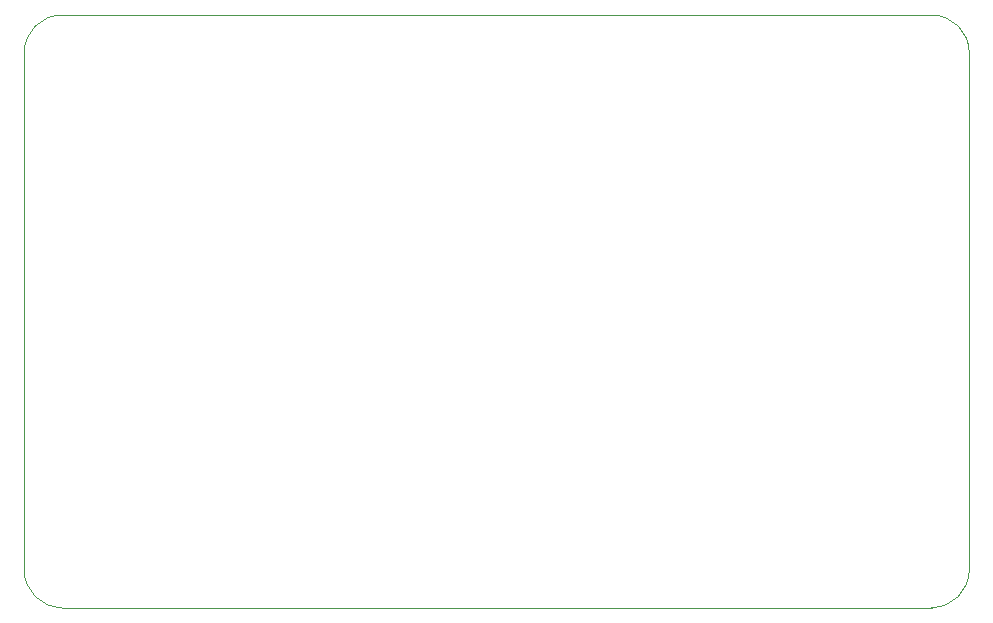
<source format=gm1>
%TF.GenerationSoftware,KiCad,Pcbnew,(6.0.10)*%
%TF.CreationDate,2023-05-18T02:01:34+05:30*%
%TF.ProjectId,EVM_741_signal_routing,45564d5f-3734-4315-9f73-69676e616c5f,rev?*%
%TF.SameCoordinates,Original*%
%TF.FileFunction,Profile,NP*%
%FSLAX46Y46*%
G04 Gerber Fmt 4.6, Leading zero omitted, Abs format (unit mm)*
G04 Created by KiCad (PCBNEW (6.0.10)) date 2023-05-18 02:01:34*
%MOMM*%
%LPD*%
G01*
G04 APERTURE LIST*
%TA.AperFunction,Profile*%
%ADD10C,0.100000*%
%TD*%
G04 APERTURE END LIST*
D10*
X118110000Y-41275000D02*
G75*
G03*
X114935000Y-38100000I-3175000J0D01*
G01*
X41275000Y-38100000D02*
X114935000Y-38100000D01*
X41275000Y-38100000D02*
G75*
G03*
X38100000Y-41275000I0J-3175000D01*
G01*
X114935000Y-88265000D02*
G75*
G03*
X118110000Y-85090000I0J3175000D01*
G01*
X38100000Y-85090000D02*
X38100000Y-41275000D01*
X114935000Y-88265000D02*
X41275000Y-88265000D01*
X118110000Y-41275000D02*
X118110000Y-85090000D01*
X38100000Y-85090000D02*
G75*
G03*
X41275000Y-88265000I3175000J0D01*
G01*
M02*

</source>
